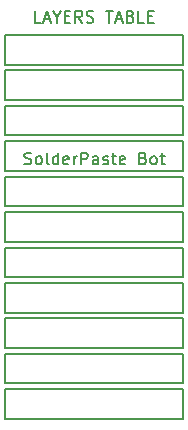
<source format=gbr>
%TF.GenerationSoftware,KiCad,Pcbnew,(5.1.6)-1*%
%TF.CreationDate,2020-07-26T11:23:49+05:30*%
%TF.ProjectId,KiCAD Demo- Buck-Boost Regulator,4b694341-4420-4446-956d-6f2d20427563,rev?*%
%TF.SameCoordinates,Original*%
%TF.FileFunction,Paste,Bot*%
%TF.FilePolarity,Positive*%
%FSLAX46Y46*%
G04 Gerber Fmt 4.6, Leading zero omitted, Abs format (unit mm)*
G04 Created by KiCad (PCBNEW (5.1.6)-1) date 2020-07-26 11:23:49*
%MOMM*%
%LPD*%
G01*
G04 APERTURE LIST*
%ADD10C,0.150000*%
G04 APERTURE END LIST*
D10*
X138726190Y-66202380D02*
X138250000Y-66202380D01*
X138250000Y-65202380D01*
X139011904Y-65916666D02*
X139488095Y-65916666D01*
X138916666Y-66202380D02*
X139250000Y-65202380D01*
X139583333Y-66202380D01*
X140107142Y-65726190D02*
X140107142Y-66202380D01*
X139773809Y-65202380D02*
X140107142Y-65726190D01*
X140440476Y-65202380D01*
X140773809Y-65678571D02*
X141107142Y-65678571D01*
X141250000Y-66202380D02*
X140773809Y-66202380D01*
X140773809Y-65202380D01*
X141250000Y-65202380D01*
X142250000Y-66202380D02*
X141916666Y-65726190D01*
X141678571Y-66202380D02*
X141678571Y-65202380D01*
X142059523Y-65202380D01*
X142154761Y-65250000D01*
X142202380Y-65297619D01*
X142250000Y-65392857D01*
X142250000Y-65535714D01*
X142202380Y-65630952D01*
X142154761Y-65678571D01*
X142059523Y-65726190D01*
X141678571Y-65726190D01*
X142630952Y-66154761D02*
X142773809Y-66202380D01*
X143011904Y-66202380D01*
X143107142Y-66154761D01*
X143154761Y-66107142D01*
X143202380Y-66011904D01*
X143202380Y-65916666D01*
X143154761Y-65821428D01*
X143107142Y-65773809D01*
X143011904Y-65726190D01*
X142821428Y-65678571D01*
X142726190Y-65630952D01*
X142678571Y-65583333D01*
X142630952Y-65488095D01*
X142630952Y-65392857D01*
X142678571Y-65297619D01*
X142726190Y-65250000D01*
X142821428Y-65202380D01*
X143059523Y-65202380D01*
X143202380Y-65250000D01*
X144250000Y-65202380D02*
X144821428Y-65202380D01*
X144535714Y-66202380D02*
X144535714Y-65202380D01*
X145107142Y-65916666D02*
X145583333Y-65916666D01*
X145011904Y-66202380D02*
X145345238Y-65202380D01*
X145678571Y-66202380D01*
X146345238Y-65678571D02*
X146488095Y-65726190D01*
X146535714Y-65773809D01*
X146583333Y-65869047D01*
X146583333Y-66011904D01*
X146535714Y-66107142D01*
X146488095Y-66154761D01*
X146392857Y-66202380D01*
X146011904Y-66202380D01*
X146011904Y-65202380D01*
X146345238Y-65202380D01*
X146440476Y-65250000D01*
X146488095Y-65297619D01*
X146535714Y-65392857D01*
X146535714Y-65488095D01*
X146488095Y-65583333D01*
X146440476Y-65630952D01*
X146345238Y-65678571D01*
X146011904Y-65678571D01*
X147488095Y-66202380D02*
X147011904Y-66202380D01*
X147011904Y-65202380D01*
X147821428Y-65678571D02*
X148154761Y-65678571D01*
X148297619Y-66202380D02*
X147821428Y-66202380D01*
X147821428Y-65202380D01*
X148297619Y-65202380D01*
X137369047Y-78154761D02*
X137511904Y-78202380D01*
X137750000Y-78202380D01*
X137845238Y-78154761D01*
X137892857Y-78107142D01*
X137940476Y-78011904D01*
X137940476Y-77916666D01*
X137892857Y-77821428D01*
X137845238Y-77773809D01*
X137750000Y-77726190D01*
X137559523Y-77678571D01*
X137464285Y-77630952D01*
X137416666Y-77583333D01*
X137369047Y-77488095D01*
X137369047Y-77392857D01*
X137416666Y-77297619D01*
X137464285Y-77250000D01*
X137559523Y-77202380D01*
X137797619Y-77202380D01*
X137940476Y-77250000D01*
X138511904Y-78202380D02*
X138416666Y-78154761D01*
X138369047Y-78107142D01*
X138321428Y-78011904D01*
X138321428Y-77726190D01*
X138369047Y-77630952D01*
X138416666Y-77583333D01*
X138511904Y-77535714D01*
X138654761Y-77535714D01*
X138750000Y-77583333D01*
X138797619Y-77630952D01*
X138845238Y-77726190D01*
X138845238Y-78011904D01*
X138797619Y-78107142D01*
X138750000Y-78154761D01*
X138654761Y-78202380D01*
X138511904Y-78202380D01*
X139416666Y-78202380D02*
X139321428Y-78154761D01*
X139273809Y-78059523D01*
X139273809Y-77202380D01*
X140226190Y-78202380D02*
X140226190Y-77202380D01*
X140226190Y-78154761D02*
X140130952Y-78202380D01*
X139940476Y-78202380D01*
X139845238Y-78154761D01*
X139797619Y-78107142D01*
X139750000Y-78011904D01*
X139750000Y-77726190D01*
X139797619Y-77630952D01*
X139845238Y-77583333D01*
X139940476Y-77535714D01*
X140130952Y-77535714D01*
X140226190Y-77583333D01*
X141083333Y-78154761D02*
X140988095Y-78202380D01*
X140797619Y-78202380D01*
X140702380Y-78154761D01*
X140654761Y-78059523D01*
X140654761Y-77678571D01*
X140702380Y-77583333D01*
X140797619Y-77535714D01*
X140988095Y-77535714D01*
X141083333Y-77583333D01*
X141130952Y-77678571D01*
X141130952Y-77773809D01*
X140654761Y-77869047D01*
X141559523Y-78202380D02*
X141559523Y-77535714D01*
X141559523Y-77726190D02*
X141607142Y-77630952D01*
X141654761Y-77583333D01*
X141750000Y-77535714D01*
X141845238Y-77535714D01*
X142178571Y-78202380D02*
X142178571Y-77202380D01*
X142559523Y-77202380D01*
X142654761Y-77250000D01*
X142702380Y-77297619D01*
X142750000Y-77392857D01*
X142750000Y-77535714D01*
X142702380Y-77630952D01*
X142654761Y-77678571D01*
X142559523Y-77726190D01*
X142178571Y-77726190D01*
X143607142Y-78202380D02*
X143607142Y-77678571D01*
X143559523Y-77583333D01*
X143464285Y-77535714D01*
X143273809Y-77535714D01*
X143178571Y-77583333D01*
X143607142Y-78154761D02*
X143511904Y-78202380D01*
X143273809Y-78202380D01*
X143178571Y-78154761D01*
X143130952Y-78059523D01*
X143130952Y-77964285D01*
X143178571Y-77869047D01*
X143273809Y-77821428D01*
X143511904Y-77821428D01*
X143607142Y-77773809D01*
X144035714Y-78154761D02*
X144130952Y-78202380D01*
X144321428Y-78202380D01*
X144416666Y-78154761D01*
X144464285Y-78059523D01*
X144464285Y-78011904D01*
X144416666Y-77916666D01*
X144321428Y-77869047D01*
X144178571Y-77869047D01*
X144083333Y-77821428D01*
X144035714Y-77726190D01*
X144035714Y-77678571D01*
X144083333Y-77583333D01*
X144178571Y-77535714D01*
X144321428Y-77535714D01*
X144416666Y-77583333D01*
X144750000Y-77535714D02*
X145130952Y-77535714D01*
X144892857Y-77202380D02*
X144892857Y-78059523D01*
X144940476Y-78154761D01*
X145035714Y-78202380D01*
X145130952Y-78202380D01*
X145845238Y-78154761D02*
X145750000Y-78202380D01*
X145559523Y-78202380D01*
X145464285Y-78154761D01*
X145416666Y-78059523D01*
X145416666Y-77678571D01*
X145464285Y-77583333D01*
X145559523Y-77535714D01*
X145750000Y-77535714D01*
X145845238Y-77583333D01*
X145892857Y-77678571D01*
X145892857Y-77773809D01*
X145416666Y-77869047D01*
X147416666Y-77678571D02*
X147559523Y-77726190D01*
X147607142Y-77773809D01*
X147654761Y-77869047D01*
X147654761Y-78011904D01*
X147607142Y-78107142D01*
X147559523Y-78154761D01*
X147464285Y-78202380D01*
X147083333Y-78202380D01*
X147083333Y-77202380D01*
X147416666Y-77202380D01*
X147511904Y-77250000D01*
X147559523Y-77297619D01*
X147607142Y-77392857D01*
X147607142Y-77488095D01*
X147559523Y-77583333D01*
X147511904Y-77630952D01*
X147416666Y-77678571D01*
X147083333Y-77678571D01*
X148226190Y-78202380D02*
X148130952Y-78154761D01*
X148083333Y-78107142D01*
X148035714Y-78011904D01*
X148035714Y-77726190D01*
X148083333Y-77630952D01*
X148130952Y-77583333D01*
X148226190Y-77535714D01*
X148369047Y-77535714D01*
X148464285Y-77583333D01*
X148511904Y-77630952D01*
X148559523Y-77726190D01*
X148559523Y-78011904D01*
X148511904Y-78107142D01*
X148464285Y-78154761D01*
X148369047Y-78202380D01*
X148226190Y-78202380D01*
X148845238Y-77535714D02*
X149226190Y-77535714D01*
X148988095Y-77202380D02*
X148988095Y-78059523D01*
X149035714Y-78154761D01*
X149130952Y-78202380D01*
X149226190Y-78202380D01*
X150750000Y-93750000D02*
X135750000Y-93750000D01*
X150750000Y-91250000D02*
X150750000Y-93750000D01*
X135750000Y-99750000D02*
X135750000Y-97250000D01*
X135750000Y-93750000D02*
X135750000Y-91250000D01*
X135750000Y-91250000D02*
X150750000Y-91250000D01*
X150750000Y-97250000D02*
X150750000Y-99750000D01*
X135750000Y-94250000D02*
X150750000Y-94250000D01*
X150750000Y-96750000D02*
X135750000Y-96750000D01*
X135750000Y-96750000D02*
X135750000Y-94250000D01*
X135750000Y-97250000D02*
X150750000Y-97250000D01*
X150750000Y-99750000D02*
X135750000Y-99750000D01*
X150750000Y-94250000D02*
X150750000Y-96750000D01*
X135750000Y-82250000D02*
X150750000Y-82250000D01*
X135750000Y-84750000D02*
X135750000Y-82250000D01*
X135750000Y-87750000D02*
X135750000Y-85250000D01*
X150750000Y-87750000D02*
X135750000Y-87750000D01*
X150750000Y-88250000D02*
X150750000Y-90750000D01*
X135750000Y-85250000D02*
X150750000Y-85250000D01*
X135750000Y-88250000D02*
X150750000Y-88250000D01*
X150750000Y-90750000D02*
X135750000Y-90750000D01*
X135750000Y-90750000D02*
X135750000Y-88250000D01*
X150750000Y-84750000D02*
X135750000Y-84750000D01*
X150750000Y-82250000D02*
X150750000Y-84750000D01*
X150750000Y-85250000D02*
X150750000Y-87750000D01*
X135750000Y-81750000D02*
X135750000Y-79250000D01*
X135750000Y-79250000D02*
X150750000Y-79250000D01*
X150750000Y-81750000D02*
X135750000Y-81750000D01*
X150750000Y-79250000D02*
X150750000Y-81750000D01*
X135750000Y-78750000D02*
X135750000Y-76250000D01*
X135750000Y-76250000D02*
X150750000Y-76250000D01*
X150750000Y-78750000D02*
X135750000Y-78750000D01*
X150750000Y-76250000D02*
X150750000Y-78750000D01*
X135750000Y-75750000D02*
X135750000Y-73250000D01*
X135750000Y-73250000D02*
X150750000Y-73250000D01*
X150750000Y-75750000D02*
X135750000Y-75750000D01*
X150750000Y-73250000D02*
X150750000Y-75750000D01*
X135750000Y-72750000D02*
X135750000Y-70250000D01*
X135750000Y-70250000D02*
X150750000Y-70250000D01*
X150750000Y-72750000D02*
X135750000Y-72750000D01*
X150750000Y-70250000D02*
X150750000Y-72750000D01*
X135750000Y-69750000D02*
X135750000Y-67250000D01*
X150750000Y-69750000D02*
X135750000Y-69750000D01*
X150750000Y-67250000D02*
X150750000Y-69750000D01*
X135750000Y-67250000D02*
X150750000Y-67250000D01*
M02*

</source>
